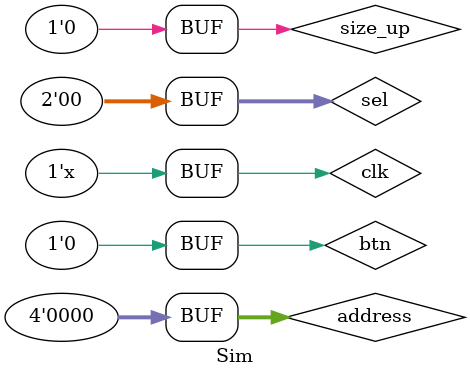
<source format=sv>
`timescale 1ns / 1ps


module Sim(

    );
    
    logic clk, btn, gt, rco, sclk, cntr_mux, cntr_up, re, we, clr, size_up = 0;
    logic [1:0] sel = 2'b00;
    
    logic [3:0] address = 4'b0000;
        
    clk_div2 clk_divider (
        .clk (clk),
        .sclk (sclk)   );
    
    FSM FSM1 (
        .btn (btn),
        .gt (gt),
        .rco (rco),
        .clk (sclk),
        .cntr_mux (cntr_mux),
        .cntr_up (cntr_up),
        .re (re),
        .we (we),
        .clr (clr),
        .sel (sel),
        .size_up (size_up)   );
        
    cntr_up_clr_nb #(.n(4)) Address_CNTR (
        .clk   (sclk), 
        .clr   (clr), 
        .up    (cntr_up), 
        .ld    (), 
        .D     (), 
        .count (address), 
        .rco   (rco)   );
        
    ROM_16x8a romA (
        .addr  (address),  
        .data  (rom_dataA),  
        .rd_en (re)    );
        
    ROM_16x8b romB (
        .addr  (address),  
        .data  (rom_dataB),  
        .rd_en (re)    );
        
    rca_nb #(.n(8)) RCA (
        .a   (rom_dataA), 
        .b   (rom_dataB), 
        .cin (), 
        .sum (rom_sum), 
        .co  (co)    );
     
     always
     begin
     clk = ~clk;
     end
     
     initial
     begin
        clk = 0; btn = 0;
        #5
        btn = 1;
        #1000000000
        btn = 0;
     end
endmodule

</source>
